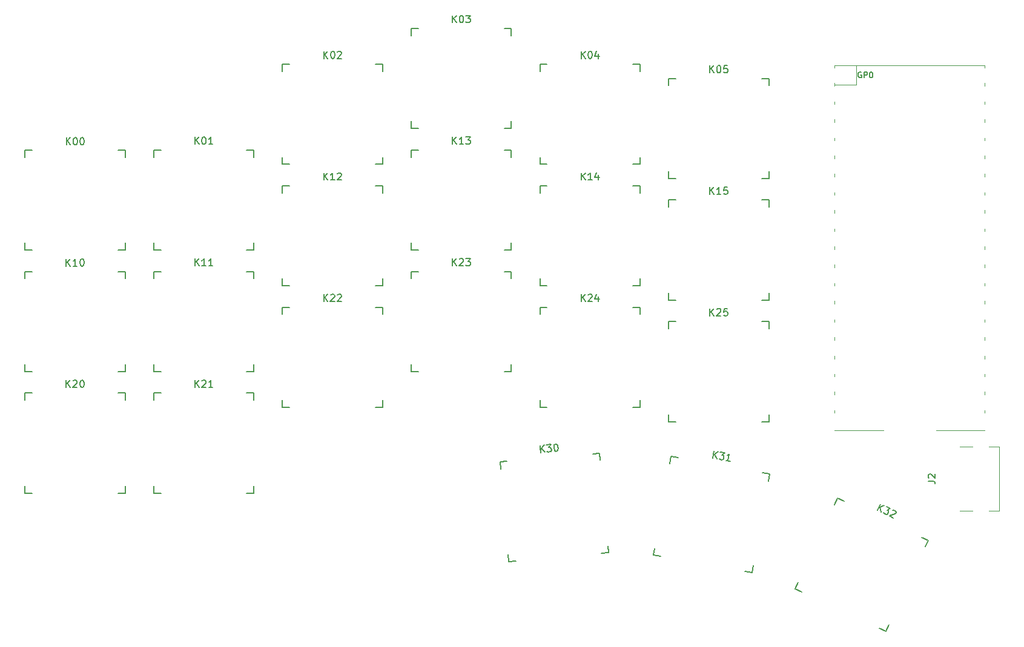
<source format=gto>
%TF.GenerationSoftware,KiCad,Pcbnew,8.0.8*%
%TF.CreationDate,2025-05-22T15:24:10+02:00*%
%TF.ProjectId,keyboard_pcb,6b657962-6f61-4726-945f-7063622e6b69,rev1.0*%
%TF.SameCoordinates,Original*%
%TF.FileFunction,Legend,Top*%
%TF.FilePolarity,Positive*%
%FSLAX46Y46*%
G04 Gerber Fmt 4.6, Leading zero omitted, Abs format (unit mm)*
G04 Created by KiCad (PCBNEW 8.0.8) date 2025-05-22 15:24:10*
%MOMM*%
%LPD*%
G01*
G04 APERTURE LIST*
%ADD10C,0.150000*%
%ADD11C,0.120000*%
G04 APERTURE END LIST*
D10*
X162785714Y-86199819D02*
X162785714Y-85199819D01*
X163357142Y-86199819D02*
X162928571Y-85628390D01*
X163357142Y-85199819D02*
X162785714Y-85771247D01*
X163738095Y-85295057D02*
X163785714Y-85247438D01*
X163785714Y-85247438D02*
X163880952Y-85199819D01*
X163880952Y-85199819D02*
X164119047Y-85199819D01*
X164119047Y-85199819D02*
X164214285Y-85247438D01*
X164214285Y-85247438D02*
X164261904Y-85295057D01*
X164261904Y-85295057D02*
X164309523Y-85390295D01*
X164309523Y-85390295D02*
X164309523Y-85485533D01*
X164309523Y-85485533D02*
X164261904Y-85628390D01*
X164261904Y-85628390D02*
X163690476Y-86199819D01*
X163690476Y-86199819D02*
X164309523Y-86199819D01*
X165214285Y-85199819D02*
X164738095Y-85199819D01*
X164738095Y-85199819D02*
X164690476Y-85676009D01*
X164690476Y-85676009D02*
X164738095Y-85628390D01*
X164738095Y-85628390D02*
X164833333Y-85580771D01*
X164833333Y-85580771D02*
X165071428Y-85580771D01*
X165071428Y-85580771D02*
X165166666Y-85628390D01*
X165166666Y-85628390D02*
X165214285Y-85676009D01*
X165214285Y-85676009D02*
X165261904Y-85771247D01*
X165261904Y-85771247D02*
X165261904Y-86009342D01*
X165261904Y-86009342D02*
X165214285Y-86104580D01*
X165214285Y-86104580D02*
X165166666Y-86152200D01*
X165166666Y-86152200D02*
X165071428Y-86199819D01*
X165071428Y-86199819D02*
X164833333Y-86199819D01*
X164833333Y-86199819D02*
X164738095Y-86152200D01*
X164738095Y-86152200D02*
X164690476Y-86104580D01*
X144785714Y-84199819D02*
X144785714Y-83199819D01*
X145357142Y-84199819D02*
X144928571Y-83628390D01*
X145357142Y-83199819D02*
X144785714Y-83771247D01*
X145738095Y-83295057D02*
X145785714Y-83247438D01*
X145785714Y-83247438D02*
X145880952Y-83199819D01*
X145880952Y-83199819D02*
X146119047Y-83199819D01*
X146119047Y-83199819D02*
X146214285Y-83247438D01*
X146214285Y-83247438D02*
X146261904Y-83295057D01*
X146261904Y-83295057D02*
X146309523Y-83390295D01*
X146309523Y-83390295D02*
X146309523Y-83485533D01*
X146309523Y-83485533D02*
X146261904Y-83628390D01*
X146261904Y-83628390D02*
X145690476Y-84199819D01*
X145690476Y-84199819D02*
X146309523Y-84199819D01*
X147166666Y-83533152D02*
X147166666Y-84199819D01*
X146928571Y-83152200D02*
X146690476Y-83866485D01*
X146690476Y-83866485D02*
X147309523Y-83866485D01*
X90785714Y-96199819D02*
X90785714Y-95199819D01*
X91357142Y-96199819D02*
X90928571Y-95628390D01*
X91357142Y-95199819D02*
X90785714Y-95771247D01*
X91738095Y-95295057D02*
X91785714Y-95247438D01*
X91785714Y-95247438D02*
X91880952Y-95199819D01*
X91880952Y-95199819D02*
X92119047Y-95199819D01*
X92119047Y-95199819D02*
X92214285Y-95247438D01*
X92214285Y-95247438D02*
X92261904Y-95295057D01*
X92261904Y-95295057D02*
X92309523Y-95390295D01*
X92309523Y-95390295D02*
X92309523Y-95485533D01*
X92309523Y-95485533D02*
X92261904Y-95628390D01*
X92261904Y-95628390D02*
X91690476Y-96199819D01*
X91690476Y-96199819D02*
X92309523Y-96199819D01*
X93261904Y-96199819D02*
X92690476Y-96199819D01*
X92976190Y-96199819D02*
X92976190Y-95199819D01*
X92976190Y-95199819D02*
X92880952Y-95342676D01*
X92880952Y-95342676D02*
X92785714Y-95437914D01*
X92785714Y-95437914D02*
X92690476Y-95485533D01*
X108785714Y-50199819D02*
X108785714Y-49199819D01*
X109357142Y-50199819D02*
X108928571Y-49628390D01*
X109357142Y-49199819D02*
X108785714Y-49771247D01*
X109976190Y-49199819D02*
X110071428Y-49199819D01*
X110071428Y-49199819D02*
X110166666Y-49247438D01*
X110166666Y-49247438D02*
X110214285Y-49295057D01*
X110214285Y-49295057D02*
X110261904Y-49390295D01*
X110261904Y-49390295D02*
X110309523Y-49580771D01*
X110309523Y-49580771D02*
X110309523Y-49818866D01*
X110309523Y-49818866D02*
X110261904Y-50009342D01*
X110261904Y-50009342D02*
X110214285Y-50104580D01*
X110214285Y-50104580D02*
X110166666Y-50152200D01*
X110166666Y-50152200D02*
X110071428Y-50199819D01*
X110071428Y-50199819D02*
X109976190Y-50199819D01*
X109976190Y-50199819D02*
X109880952Y-50152200D01*
X109880952Y-50152200D02*
X109833333Y-50104580D01*
X109833333Y-50104580D02*
X109785714Y-50009342D01*
X109785714Y-50009342D02*
X109738095Y-49818866D01*
X109738095Y-49818866D02*
X109738095Y-49580771D01*
X109738095Y-49580771D02*
X109785714Y-49390295D01*
X109785714Y-49390295D02*
X109833333Y-49295057D01*
X109833333Y-49295057D02*
X109880952Y-49247438D01*
X109880952Y-49247438D02*
X109976190Y-49199819D01*
X110690476Y-49295057D02*
X110738095Y-49247438D01*
X110738095Y-49247438D02*
X110833333Y-49199819D01*
X110833333Y-49199819D02*
X111071428Y-49199819D01*
X111071428Y-49199819D02*
X111166666Y-49247438D01*
X111166666Y-49247438D02*
X111214285Y-49295057D01*
X111214285Y-49295057D02*
X111261904Y-49390295D01*
X111261904Y-49390295D02*
X111261904Y-49485533D01*
X111261904Y-49485533D02*
X111214285Y-49628390D01*
X111214285Y-49628390D02*
X110642857Y-50199819D01*
X110642857Y-50199819D02*
X111261904Y-50199819D01*
X72785714Y-79245619D02*
X72785714Y-78245619D01*
X73357142Y-79245619D02*
X72928571Y-78674190D01*
X73357142Y-78245619D02*
X72785714Y-78817047D01*
X74309523Y-79245619D02*
X73738095Y-79245619D01*
X74023809Y-79245619D02*
X74023809Y-78245619D01*
X74023809Y-78245619D02*
X73928571Y-78388476D01*
X73928571Y-78388476D02*
X73833333Y-78483714D01*
X73833333Y-78483714D02*
X73738095Y-78531333D01*
X74928571Y-78245619D02*
X75023809Y-78245619D01*
X75023809Y-78245619D02*
X75119047Y-78293238D01*
X75119047Y-78293238D02*
X75166666Y-78340857D01*
X75166666Y-78340857D02*
X75214285Y-78436095D01*
X75214285Y-78436095D02*
X75261904Y-78626571D01*
X75261904Y-78626571D02*
X75261904Y-78864666D01*
X75261904Y-78864666D02*
X75214285Y-79055142D01*
X75214285Y-79055142D02*
X75166666Y-79150380D01*
X75166666Y-79150380D02*
X75119047Y-79198000D01*
X75119047Y-79198000D02*
X75023809Y-79245619D01*
X75023809Y-79245619D02*
X74928571Y-79245619D01*
X74928571Y-79245619D02*
X74833333Y-79198000D01*
X74833333Y-79198000D02*
X74785714Y-79150380D01*
X74785714Y-79150380D02*
X74738095Y-79055142D01*
X74738095Y-79055142D02*
X74690476Y-78864666D01*
X74690476Y-78864666D02*
X74690476Y-78626571D01*
X74690476Y-78626571D02*
X74738095Y-78436095D01*
X74738095Y-78436095D02*
X74785714Y-78340857D01*
X74785714Y-78340857D02*
X74833333Y-78293238D01*
X74833333Y-78293238D02*
X74928571Y-78245619D01*
X183928571Y-52141890D02*
X183852381Y-52103795D01*
X183852381Y-52103795D02*
X183738095Y-52103795D01*
X183738095Y-52103795D02*
X183623809Y-52141890D01*
X183623809Y-52141890D02*
X183547619Y-52218080D01*
X183547619Y-52218080D02*
X183509524Y-52294271D01*
X183509524Y-52294271D02*
X183471428Y-52446652D01*
X183471428Y-52446652D02*
X183471428Y-52560938D01*
X183471428Y-52560938D02*
X183509524Y-52713319D01*
X183509524Y-52713319D02*
X183547619Y-52789509D01*
X183547619Y-52789509D02*
X183623809Y-52865700D01*
X183623809Y-52865700D02*
X183738095Y-52903795D01*
X183738095Y-52903795D02*
X183814286Y-52903795D01*
X183814286Y-52903795D02*
X183928571Y-52865700D01*
X183928571Y-52865700D02*
X183966667Y-52827604D01*
X183966667Y-52827604D02*
X183966667Y-52560938D01*
X183966667Y-52560938D02*
X183814286Y-52560938D01*
X184309524Y-52903795D02*
X184309524Y-52103795D01*
X184309524Y-52103795D02*
X184614286Y-52103795D01*
X184614286Y-52103795D02*
X184690476Y-52141890D01*
X184690476Y-52141890D02*
X184728571Y-52179985D01*
X184728571Y-52179985D02*
X184766667Y-52256176D01*
X184766667Y-52256176D02*
X184766667Y-52370461D01*
X184766667Y-52370461D02*
X184728571Y-52446652D01*
X184728571Y-52446652D02*
X184690476Y-52484747D01*
X184690476Y-52484747D02*
X184614286Y-52522842D01*
X184614286Y-52522842D02*
X184309524Y-52522842D01*
X185261905Y-52103795D02*
X185338095Y-52103795D01*
X185338095Y-52103795D02*
X185414286Y-52141890D01*
X185414286Y-52141890D02*
X185452381Y-52179985D01*
X185452381Y-52179985D02*
X185490476Y-52256176D01*
X185490476Y-52256176D02*
X185528571Y-52408557D01*
X185528571Y-52408557D02*
X185528571Y-52599033D01*
X185528571Y-52599033D02*
X185490476Y-52751414D01*
X185490476Y-52751414D02*
X185452381Y-52827604D01*
X185452381Y-52827604D02*
X185414286Y-52865700D01*
X185414286Y-52865700D02*
X185338095Y-52903795D01*
X185338095Y-52903795D02*
X185261905Y-52903795D01*
X185261905Y-52903795D02*
X185185714Y-52865700D01*
X185185714Y-52865700D02*
X185147619Y-52827604D01*
X185147619Y-52827604D02*
X185109524Y-52751414D01*
X185109524Y-52751414D02*
X185071428Y-52599033D01*
X185071428Y-52599033D02*
X185071428Y-52408557D01*
X185071428Y-52408557D02*
X185109524Y-52256176D01*
X185109524Y-52256176D02*
X185147619Y-52179985D01*
X185147619Y-52179985D02*
X185185714Y-52141890D01*
X185185714Y-52141890D02*
X185261905Y-52103795D01*
X144785714Y-50199819D02*
X144785714Y-49199819D01*
X145357142Y-50199819D02*
X144928571Y-49628390D01*
X145357142Y-49199819D02*
X144785714Y-49771247D01*
X145976190Y-49199819D02*
X146071428Y-49199819D01*
X146071428Y-49199819D02*
X146166666Y-49247438D01*
X146166666Y-49247438D02*
X146214285Y-49295057D01*
X146214285Y-49295057D02*
X146261904Y-49390295D01*
X146261904Y-49390295D02*
X146309523Y-49580771D01*
X146309523Y-49580771D02*
X146309523Y-49818866D01*
X146309523Y-49818866D02*
X146261904Y-50009342D01*
X146261904Y-50009342D02*
X146214285Y-50104580D01*
X146214285Y-50104580D02*
X146166666Y-50152200D01*
X146166666Y-50152200D02*
X146071428Y-50199819D01*
X146071428Y-50199819D02*
X145976190Y-50199819D01*
X145976190Y-50199819D02*
X145880952Y-50152200D01*
X145880952Y-50152200D02*
X145833333Y-50104580D01*
X145833333Y-50104580D02*
X145785714Y-50009342D01*
X145785714Y-50009342D02*
X145738095Y-49818866D01*
X145738095Y-49818866D02*
X145738095Y-49580771D01*
X145738095Y-49580771D02*
X145785714Y-49390295D01*
X145785714Y-49390295D02*
X145833333Y-49295057D01*
X145833333Y-49295057D02*
X145880952Y-49247438D01*
X145880952Y-49247438D02*
X145976190Y-49199819D01*
X147166666Y-49533152D02*
X147166666Y-50199819D01*
X146928571Y-49152200D02*
X146690476Y-49866485D01*
X146690476Y-49866485D02*
X147309523Y-49866485D01*
X108785714Y-67199819D02*
X108785714Y-66199819D01*
X109357142Y-67199819D02*
X108928571Y-66628390D01*
X109357142Y-66199819D02*
X108785714Y-66771247D01*
X110309523Y-67199819D02*
X109738095Y-67199819D01*
X110023809Y-67199819D02*
X110023809Y-66199819D01*
X110023809Y-66199819D02*
X109928571Y-66342676D01*
X109928571Y-66342676D02*
X109833333Y-66437914D01*
X109833333Y-66437914D02*
X109738095Y-66485533D01*
X110690476Y-66295057D02*
X110738095Y-66247438D01*
X110738095Y-66247438D02*
X110833333Y-66199819D01*
X110833333Y-66199819D02*
X111071428Y-66199819D01*
X111071428Y-66199819D02*
X111166666Y-66247438D01*
X111166666Y-66247438D02*
X111214285Y-66295057D01*
X111214285Y-66295057D02*
X111261904Y-66390295D01*
X111261904Y-66390295D02*
X111261904Y-66485533D01*
X111261904Y-66485533D02*
X111214285Y-66628390D01*
X111214285Y-66628390D02*
X110642857Y-67199819D01*
X110642857Y-67199819D02*
X111261904Y-67199819D01*
X139110504Y-105335333D02*
X139023348Y-104339138D01*
X139679758Y-105285530D02*
X139203014Y-104753628D01*
X139592602Y-104289335D02*
X139073151Y-104908392D01*
X139924667Y-104260283D02*
X140541359Y-104206329D01*
X140541359Y-104206329D02*
X140242496Y-104614884D01*
X140242496Y-104614884D02*
X140384810Y-104602433D01*
X140384810Y-104602433D02*
X140483836Y-104641570D01*
X140483836Y-104641570D02*
X140535424Y-104684858D01*
X140535424Y-104684858D02*
X140591162Y-104775583D01*
X140591162Y-104775583D02*
X140611913Y-105012773D01*
X140611913Y-105012773D02*
X140572776Y-105111799D01*
X140572776Y-105111799D02*
X140529489Y-105163387D01*
X140529489Y-105163387D02*
X140438763Y-105219125D01*
X140438763Y-105219125D02*
X140154136Y-105244027D01*
X140154136Y-105244027D02*
X140055110Y-105204889D01*
X140055110Y-105204889D02*
X140003522Y-105161602D01*
X141158051Y-104152376D02*
X141252926Y-104144075D01*
X141252926Y-104144075D02*
X141351952Y-104183213D01*
X141351952Y-104183213D02*
X141403541Y-104226500D01*
X141403541Y-104226500D02*
X141459279Y-104317226D01*
X141459279Y-104317226D02*
X141523318Y-104502827D01*
X141523318Y-104502827D02*
X141544069Y-104740016D01*
X141544069Y-104740016D02*
X141513232Y-104933917D01*
X141513232Y-104933917D02*
X141474095Y-105032943D01*
X141474095Y-105032943D02*
X141430808Y-105084532D01*
X141430808Y-105084532D02*
X141340082Y-105140270D01*
X141340082Y-105140270D02*
X141245207Y-105148570D01*
X141245207Y-105148570D02*
X141146181Y-105109433D01*
X141146181Y-105109433D02*
X141094592Y-105066146D01*
X141094592Y-105066146D02*
X141038854Y-104975420D01*
X141038854Y-104975420D02*
X140974815Y-104789819D01*
X140974815Y-104789819D02*
X140954064Y-104552630D01*
X140954064Y-104552630D02*
X140984901Y-104358728D01*
X140984901Y-104358728D02*
X141024038Y-104259702D01*
X141024038Y-104259702D02*
X141067325Y-104208114D01*
X141067325Y-104208114D02*
X141158051Y-104152376D01*
X90785714Y-62199819D02*
X90785714Y-61199819D01*
X91357142Y-62199819D02*
X90928571Y-61628390D01*
X91357142Y-61199819D02*
X90785714Y-61771247D01*
X91976190Y-61199819D02*
X92071428Y-61199819D01*
X92071428Y-61199819D02*
X92166666Y-61247438D01*
X92166666Y-61247438D02*
X92214285Y-61295057D01*
X92214285Y-61295057D02*
X92261904Y-61390295D01*
X92261904Y-61390295D02*
X92309523Y-61580771D01*
X92309523Y-61580771D02*
X92309523Y-61818866D01*
X92309523Y-61818866D02*
X92261904Y-62009342D01*
X92261904Y-62009342D02*
X92214285Y-62104580D01*
X92214285Y-62104580D02*
X92166666Y-62152200D01*
X92166666Y-62152200D02*
X92071428Y-62199819D01*
X92071428Y-62199819D02*
X91976190Y-62199819D01*
X91976190Y-62199819D02*
X91880952Y-62152200D01*
X91880952Y-62152200D02*
X91833333Y-62104580D01*
X91833333Y-62104580D02*
X91785714Y-62009342D01*
X91785714Y-62009342D02*
X91738095Y-61818866D01*
X91738095Y-61818866D02*
X91738095Y-61580771D01*
X91738095Y-61580771D02*
X91785714Y-61390295D01*
X91785714Y-61390295D02*
X91833333Y-61295057D01*
X91833333Y-61295057D02*
X91880952Y-61247438D01*
X91880952Y-61247438D02*
X91976190Y-61199819D01*
X93261904Y-62199819D02*
X92690476Y-62199819D01*
X92976190Y-62199819D02*
X92976190Y-61199819D01*
X92976190Y-61199819D02*
X92880952Y-61342676D01*
X92880952Y-61342676D02*
X92785714Y-61437914D01*
X92785714Y-61437914D02*
X92690476Y-61485533D01*
X144785714Y-67199819D02*
X144785714Y-66199819D01*
X145357142Y-67199819D02*
X144928571Y-66628390D01*
X145357142Y-66199819D02*
X144785714Y-66771247D01*
X146309523Y-67199819D02*
X145738095Y-67199819D01*
X146023809Y-67199819D02*
X146023809Y-66199819D01*
X146023809Y-66199819D02*
X145928571Y-66342676D01*
X145928571Y-66342676D02*
X145833333Y-66437914D01*
X145833333Y-66437914D02*
X145738095Y-66485533D01*
X147166666Y-66533152D02*
X147166666Y-67199819D01*
X146928571Y-66152200D02*
X146690476Y-66866485D01*
X146690476Y-66866485D02*
X147309523Y-66866485D01*
X126785714Y-79199819D02*
X126785714Y-78199819D01*
X127357142Y-79199819D02*
X126928571Y-78628390D01*
X127357142Y-78199819D02*
X126785714Y-78771247D01*
X127738095Y-78295057D02*
X127785714Y-78247438D01*
X127785714Y-78247438D02*
X127880952Y-78199819D01*
X127880952Y-78199819D02*
X128119047Y-78199819D01*
X128119047Y-78199819D02*
X128214285Y-78247438D01*
X128214285Y-78247438D02*
X128261904Y-78295057D01*
X128261904Y-78295057D02*
X128309523Y-78390295D01*
X128309523Y-78390295D02*
X128309523Y-78485533D01*
X128309523Y-78485533D02*
X128261904Y-78628390D01*
X128261904Y-78628390D02*
X127690476Y-79199819D01*
X127690476Y-79199819D02*
X128309523Y-79199819D01*
X128642857Y-78199819D02*
X129261904Y-78199819D01*
X129261904Y-78199819D02*
X128928571Y-78580771D01*
X128928571Y-78580771D02*
X129071428Y-78580771D01*
X129071428Y-78580771D02*
X129166666Y-78628390D01*
X129166666Y-78628390D02*
X129214285Y-78676009D01*
X129214285Y-78676009D02*
X129261904Y-78771247D01*
X129261904Y-78771247D02*
X129261904Y-79009342D01*
X129261904Y-79009342D02*
X129214285Y-79104580D01*
X129214285Y-79104580D02*
X129166666Y-79152200D01*
X129166666Y-79152200D02*
X129071428Y-79199819D01*
X129071428Y-79199819D02*
X128785714Y-79199819D01*
X128785714Y-79199819D02*
X128690476Y-79152200D01*
X128690476Y-79152200D02*
X128642857Y-79104580D01*
X126785714Y-45199819D02*
X126785714Y-44199819D01*
X127357142Y-45199819D02*
X126928571Y-44628390D01*
X127357142Y-44199819D02*
X126785714Y-44771247D01*
X127976190Y-44199819D02*
X128071428Y-44199819D01*
X128071428Y-44199819D02*
X128166666Y-44247438D01*
X128166666Y-44247438D02*
X128214285Y-44295057D01*
X128214285Y-44295057D02*
X128261904Y-44390295D01*
X128261904Y-44390295D02*
X128309523Y-44580771D01*
X128309523Y-44580771D02*
X128309523Y-44818866D01*
X128309523Y-44818866D02*
X128261904Y-45009342D01*
X128261904Y-45009342D02*
X128214285Y-45104580D01*
X128214285Y-45104580D02*
X128166666Y-45152200D01*
X128166666Y-45152200D02*
X128071428Y-45199819D01*
X128071428Y-45199819D02*
X127976190Y-45199819D01*
X127976190Y-45199819D02*
X127880952Y-45152200D01*
X127880952Y-45152200D02*
X127833333Y-45104580D01*
X127833333Y-45104580D02*
X127785714Y-45009342D01*
X127785714Y-45009342D02*
X127738095Y-44818866D01*
X127738095Y-44818866D02*
X127738095Y-44580771D01*
X127738095Y-44580771D02*
X127785714Y-44390295D01*
X127785714Y-44390295D02*
X127833333Y-44295057D01*
X127833333Y-44295057D02*
X127880952Y-44247438D01*
X127880952Y-44247438D02*
X127976190Y-44199819D01*
X128642857Y-44199819D02*
X129261904Y-44199819D01*
X129261904Y-44199819D02*
X128928571Y-44580771D01*
X128928571Y-44580771D02*
X129071428Y-44580771D01*
X129071428Y-44580771D02*
X129166666Y-44628390D01*
X129166666Y-44628390D02*
X129214285Y-44676009D01*
X129214285Y-44676009D02*
X129261904Y-44771247D01*
X129261904Y-44771247D02*
X129261904Y-45009342D01*
X129261904Y-45009342D02*
X129214285Y-45104580D01*
X129214285Y-45104580D02*
X129166666Y-45152200D01*
X129166666Y-45152200D02*
X129071428Y-45199819D01*
X129071428Y-45199819D02*
X128785714Y-45199819D01*
X128785714Y-45199819D02*
X128690476Y-45152200D01*
X128690476Y-45152200D02*
X128642857Y-45104580D01*
X108785714Y-84199819D02*
X108785714Y-83199819D01*
X109357142Y-84199819D02*
X108928571Y-83628390D01*
X109357142Y-83199819D02*
X108785714Y-83771247D01*
X109738095Y-83295057D02*
X109785714Y-83247438D01*
X109785714Y-83247438D02*
X109880952Y-83199819D01*
X109880952Y-83199819D02*
X110119047Y-83199819D01*
X110119047Y-83199819D02*
X110214285Y-83247438D01*
X110214285Y-83247438D02*
X110261904Y-83295057D01*
X110261904Y-83295057D02*
X110309523Y-83390295D01*
X110309523Y-83390295D02*
X110309523Y-83485533D01*
X110309523Y-83485533D02*
X110261904Y-83628390D01*
X110261904Y-83628390D02*
X109690476Y-84199819D01*
X109690476Y-84199819D02*
X110309523Y-84199819D01*
X110690476Y-83295057D02*
X110738095Y-83247438D01*
X110738095Y-83247438D02*
X110833333Y-83199819D01*
X110833333Y-83199819D02*
X111071428Y-83199819D01*
X111071428Y-83199819D02*
X111166666Y-83247438D01*
X111166666Y-83247438D02*
X111214285Y-83295057D01*
X111214285Y-83295057D02*
X111261904Y-83390295D01*
X111261904Y-83390295D02*
X111261904Y-83485533D01*
X111261904Y-83485533D02*
X111214285Y-83628390D01*
X111214285Y-83628390D02*
X110642857Y-84199819D01*
X110642857Y-84199819D02*
X111261904Y-84199819D01*
X162785714Y-69199819D02*
X162785714Y-68199819D01*
X163357142Y-69199819D02*
X162928571Y-68628390D01*
X163357142Y-68199819D02*
X162785714Y-68771247D01*
X164309523Y-69199819D02*
X163738095Y-69199819D01*
X164023809Y-69199819D02*
X164023809Y-68199819D01*
X164023809Y-68199819D02*
X163928571Y-68342676D01*
X163928571Y-68342676D02*
X163833333Y-68437914D01*
X163833333Y-68437914D02*
X163738095Y-68485533D01*
X165214285Y-68199819D02*
X164738095Y-68199819D01*
X164738095Y-68199819D02*
X164690476Y-68676009D01*
X164690476Y-68676009D02*
X164738095Y-68628390D01*
X164738095Y-68628390D02*
X164833333Y-68580771D01*
X164833333Y-68580771D02*
X165071428Y-68580771D01*
X165071428Y-68580771D02*
X165166666Y-68628390D01*
X165166666Y-68628390D02*
X165214285Y-68676009D01*
X165214285Y-68676009D02*
X165261904Y-68771247D01*
X165261904Y-68771247D02*
X165261904Y-69009342D01*
X165261904Y-69009342D02*
X165214285Y-69104580D01*
X165214285Y-69104580D02*
X165166666Y-69152200D01*
X165166666Y-69152200D02*
X165071428Y-69199819D01*
X165071428Y-69199819D02*
X164833333Y-69199819D01*
X164833333Y-69199819D02*
X164738095Y-69152200D01*
X164738095Y-69152200D02*
X164690476Y-69104580D01*
X186195982Y-113417455D02*
X186618600Y-112511147D01*
X186713872Y-113658951D02*
X186566951Y-112959939D01*
X187136490Y-112752644D02*
X186377104Y-113029038D01*
X187438593Y-112893516D02*
X187999641Y-113155137D01*
X187999641Y-113155137D02*
X187536541Y-113359525D01*
X187536541Y-113359525D02*
X187666013Y-113419899D01*
X187666013Y-113419899D02*
X187732204Y-113503305D01*
X187732204Y-113503305D02*
X187755236Y-113566588D01*
X187755236Y-113566588D02*
X187758145Y-113673027D01*
X187758145Y-113673027D02*
X187657521Y-113888815D01*
X187657521Y-113888815D02*
X187574114Y-113955005D01*
X187574114Y-113955005D02*
X187510832Y-113978038D01*
X187510832Y-113978038D02*
X187404392Y-113980946D01*
X187404392Y-113980946D02*
X187145447Y-113860198D01*
X187145447Y-113860198D02*
X187079257Y-113776791D01*
X187079257Y-113776791D02*
X187056224Y-113713509D01*
X188304652Y-113402450D02*
X188367934Y-113379417D01*
X188367934Y-113379417D02*
X188474373Y-113376509D01*
X188474373Y-113376509D02*
X188690161Y-113477132D01*
X188690161Y-113477132D02*
X188756351Y-113560539D01*
X188756351Y-113560539D02*
X188779384Y-113623821D01*
X188779384Y-113623821D02*
X188782292Y-113730261D01*
X188782292Y-113730261D02*
X188742043Y-113816576D01*
X188742043Y-113816576D02*
X188638511Y-113925924D01*
X188638511Y-113925924D02*
X187879125Y-114202318D01*
X187879125Y-114202318D02*
X188440173Y-114463939D01*
X90785714Y-79199819D02*
X90785714Y-78199819D01*
X91357142Y-79199819D02*
X90928571Y-78628390D01*
X91357142Y-78199819D02*
X90785714Y-78771247D01*
X92309523Y-79199819D02*
X91738095Y-79199819D01*
X92023809Y-79199819D02*
X92023809Y-78199819D01*
X92023809Y-78199819D02*
X91928571Y-78342676D01*
X91928571Y-78342676D02*
X91833333Y-78437914D01*
X91833333Y-78437914D02*
X91738095Y-78485533D01*
X93261904Y-79199819D02*
X92690476Y-79199819D01*
X92976190Y-79199819D02*
X92976190Y-78199819D01*
X92976190Y-78199819D02*
X92880952Y-78342676D01*
X92880952Y-78342676D02*
X92785714Y-78437914D01*
X92785714Y-78437914D02*
X92690476Y-78485533D01*
X193274819Y-109333333D02*
X193989104Y-109333333D01*
X193989104Y-109333333D02*
X194131961Y-109380952D01*
X194131961Y-109380952D02*
X194227200Y-109476190D01*
X194227200Y-109476190D02*
X194274819Y-109619047D01*
X194274819Y-109619047D02*
X194274819Y-109714285D01*
X193370057Y-108904761D02*
X193322438Y-108857142D01*
X193322438Y-108857142D02*
X193274819Y-108761904D01*
X193274819Y-108761904D02*
X193274819Y-108523809D01*
X193274819Y-108523809D02*
X193322438Y-108428571D01*
X193322438Y-108428571D02*
X193370057Y-108380952D01*
X193370057Y-108380952D02*
X193465295Y-108333333D01*
X193465295Y-108333333D02*
X193560533Y-108333333D01*
X193560533Y-108333333D02*
X193703390Y-108380952D01*
X193703390Y-108380952D02*
X194274819Y-108952380D01*
X194274819Y-108952380D02*
X194274819Y-108333333D01*
X162785714Y-52199819D02*
X162785714Y-51199819D01*
X163357142Y-52199819D02*
X162928571Y-51628390D01*
X163357142Y-51199819D02*
X162785714Y-51771247D01*
X163976190Y-51199819D02*
X164071428Y-51199819D01*
X164071428Y-51199819D02*
X164166666Y-51247438D01*
X164166666Y-51247438D02*
X164214285Y-51295057D01*
X164214285Y-51295057D02*
X164261904Y-51390295D01*
X164261904Y-51390295D02*
X164309523Y-51580771D01*
X164309523Y-51580771D02*
X164309523Y-51818866D01*
X164309523Y-51818866D02*
X164261904Y-52009342D01*
X164261904Y-52009342D02*
X164214285Y-52104580D01*
X164214285Y-52104580D02*
X164166666Y-52152200D01*
X164166666Y-52152200D02*
X164071428Y-52199819D01*
X164071428Y-52199819D02*
X163976190Y-52199819D01*
X163976190Y-52199819D02*
X163880952Y-52152200D01*
X163880952Y-52152200D02*
X163833333Y-52104580D01*
X163833333Y-52104580D02*
X163785714Y-52009342D01*
X163785714Y-52009342D02*
X163738095Y-51818866D01*
X163738095Y-51818866D02*
X163738095Y-51580771D01*
X163738095Y-51580771D02*
X163785714Y-51390295D01*
X163785714Y-51390295D02*
X163833333Y-51295057D01*
X163833333Y-51295057D02*
X163880952Y-51247438D01*
X163880952Y-51247438D02*
X163976190Y-51199819D01*
X165214285Y-51199819D02*
X164738095Y-51199819D01*
X164738095Y-51199819D02*
X164690476Y-51676009D01*
X164690476Y-51676009D02*
X164738095Y-51628390D01*
X164738095Y-51628390D02*
X164833333Y-51580771D01*
X164833333Y-51580771D02*
X165071428Y-51580771D01*
X165071428Y-51580771D02*
X165166666Y-51628390D01*
X165166666Y-51628390D02*
X165214285Y-51676009D01*
X165214285Y-51676009D02*
X165261904Y-51771247D01*
X165261904Y-51771247D02*
X165261904Y-52009342D01*
X165261904Y-52009342D02*
X165214285Y-52104580D01*
X165214285Y-52104580D02*
X165166666Y-52152200D01*
X165166666Y-52152200D02*
X165071428Y-52199819D01*
X165071428Y-52199819D02*
X164833333Y-52199819D01*
X164833333Y-52199819D02*
X164738095Y-52152200D01*
X164738095Y-52152200D02*
X164690476Y-52104580D01*
X72785714Y-96212819D02*
X72785714Y-95212819D01*
X73357142Y-96212819D02*
X72928571Y-95641390D01*
X73357142Y-95212819D02*
X72785714Y-95784247D01*
X73738095Y-95308057D02*
X73785714Y-95260438D01*
X73785714Y-95260438D02*
X73880952Y-95212819D01*
X73880952Y-95212819D02*
X74119047Y-95212819D01*
X74119047Y-95212819D02*
X74214285Y-95260438D01*
X74214285Y-95260438D02*
X74261904Y-95308057D01*
X74261904Y-95308057D02*
X74309523Y-95403295D01*
X74309523Y-95403295D02*
X74309523Y-95498533D01*
X74309523Y-95498533D02*
X74261904Y-95641390D01*
X74261904Y-95641390D02*
X73690476Y-96212819D01*
X73690476Y-96212819D02*
X74309523Y-96212819D01*
X74928571Y-95212819D02*
X75023809Y-95212819D01*
X75023809Y-95212819D02*
X75119047Y-95260438D01*
X75119047Y-95260438D02*
X75166666Y-95308057D01*
X75166666Y-95308057D02*
X75214285Y-95403295D01*
X75214285Y-95403295D02*
X75261904Y-95593771D01*
X75261904Y-95593771D02*
X75261904Y-95831866D01*
X75261904Y-95831866D02*
X75214285Y-96022342D01*
X75214285Y-96022342D02*
X75166666Y-96117580D01*
X75166666Y-96117580D02*
X75119047Y-96165200D01*
X75119047Y-96165200D02*
X75023809Y-96212819D01*
X75023809Y-96212819D02*
X74928571Y-96212819D01*
X74928571Y-96212819D02*
X74833333Y-96165200D01*
X74833333Y-96165200D02*
X74785714Y-96117580D01*
X74785714Y-96117580D02*
X74738095Y-96022342D01*
X74738095Y-96022342D02*
X74690476Y-95831866D01*
X74690476Y-95831866D02*
X74690476Y-95593771D01*
X74690476Y-95593771D02*
X74738095Y-95403295D01*
X74738095Y-95403295D02*
X74785714Y-95308057D01*
X74785714Y-95308057D02*
X74833333Y-95260438D01*
X74833333Y-95260438D02*
X74928571Y-95212819D01*
X126785714Y-62199819D02*
X126785714Y-61199819D01*
X127357142Y-62199819D02*
X126928571Y-61628390D01*
X127357142Y-61199819D02*
X126785714Y-61771247D01*
X128309523Y-62199819D02*
X127738095Y-62199819D01*
X128023809Y-62199819D02*
X128023809Y-61199819D01*
X128023809Y-61199819D02*
X127928571Y-61342676D01*
X127928571Y-61342676D02*
X127833333Y-61437914D01*
X127833333Y-61437914D02*
X127738095Y-61485533D01*
X128642857Y-61199819D02*
X129261904Y-61199819D01*
X129261904Y-61199819D02*
X128928571Y-61580771D01*
X128928571Y-61580771D02*
X129071428Y-61580771D01*
X129071428Y-61580771D02*
X129166666Y-61628390D01*
X129166666Y-61628390D02*
X129214285Y-61676009D01*
X129214285Y-61676009D02*
X129261904Y-61771247D01*
X129261904Y-61771247D02*
X129261904Y-62009342D01*
X129261904Y-62009342D02*
X129214285Y-62104580D01*
X129214285Y-62104580D02*
X129166666Y-62152200D01*
X129166666Y-62152200D02*
X129071428Y-62199819D01*
X129071428Y-62199819D02*
X128785714Y-62199819D01*
X128785714Y-62199819D02*
X128690476Y-62152200D01*
X128690476Y-62152200D02*
X128642857Y-62104580D01*
X72801314Y-62278419D02*
X72801314Y-61278419D01*
X73372742Y-62278419D02*
X72944171Y-61706990D01*
X73372742Y-61278419D02*
X72801314Y-61849847D01*
X73991790Y-61278419D02*
X74087028Y-61278419D01*
X74087028Y-61278419D02*
X74182266Y-61326038D01*
X74182266Y-61326038D02*
X74229885Y-61373657D01*
X74229885Y-61373657D02*
X74277504Y-61468895D01*
X74277504Y-61468895D02*
X74325123Y-61659371D01*
X74325123Y-61659371D02*
X74325123Y-61897466D01*
X74325123Y-61897466D02*
X74277504Y-62087942D01*
X74277504Y-62087942D02*
X74229885Y-62183180D01*
X74229885Y-62183180D02*
X74182266Y-62230800D01*
X74182266Y-62230800D02*
X74087028Y-62278419D01*
X74087028Y-62278419D02*
X73991790Y-62278419D01*
X73991790Y-62278419D02*
X73896552Y-62230800D01*
X73896552Y-62230800D02*
X73848933Y-62183180D01*
X73848933Y-62183180D02*
X73801314Y-62087942D01*
X73801314Y-62087942D02*
X73753695Y-61897466D01*
X73753695Y-61897466D02*
X73753695Y-61659371D01*
X73753695Y-61659371D02*
X73801314Y-61468895D01*
X73801314Y-61468895D02*
X73848933Y-61373657D01*
X73848933Y-61373657D02*
X73896552Y-61326038D01*
X73896552Y-61326038D02*
X73991790Y-61278419D01*
X74944171Y-61278419D02*
X75039409Y-61278419D01*
X75039409Y-61278419D02*
X75134647Y-61326038D01*
X75134647Y-61326038D02*
X75182266Y-61373657D01*
X75182266Y-61373657D02*
X75229885Y-61468895D01*
X75229885Y-61468895D02*
X75277504Y-61659371D01*
X75277504Y-61659371D02*
X75277504Y-61897466D01*
X75277504Y-61897466D02*
X75229885Y-62087942D01*
X75229885Y-62087942D02*
X75182266Y-62183180D01*
X75182266Y-62183180D02*
X75134647Y-62230800D01*
X75134647Y-62230800D02*
X75039409Y-62278419D01*
X75039409Y-62278419D02*
X74944171Y-62278419D01*
X74944171Y-62278419D02*
X74848933Y-62230800D01*
X74848933Y-62230800D02*
X74801314Y-62183180D01*
X74801314Y-62183180D02*
X74753695Y-62087942D01*
X74753695Y-62087942D02*
X74706076Y-61897466D01*
X74706076Y-61897466D02*
X74706076Y-61659371D01*
X74706076Y-61659371D02*
X74753695Y-61468895D01*
X74753695Y-61468895D02*
X74801314Y-61373657D01*
X74801314Y-61373657D02*
X74848933Y-61326038D01*
X74848933Y-61326038D02*
X74944171Y-61278419D01*
X163158649Y-106107462D02*
X163332297Y-105122655D01*
X163721396Y-106206690D02*
X163398563Y-105569522D01*
X163895044Y-105221882D02*
X163233070Y-105685402D01*
X164223314Y-105279765D02*
X164832957Y-105387261D01*
X164832957Y-105387261D02*
X164438536Y-105704543D01*
X164438536Y-105704543D02*
X164579222Y-105729350D01*
X164579222Y-105729350D02*
X164664745Y-105792784D01*
X164664745Y-105792784D02*
X164703371Y-105847948D01*
X164703371Y-105847948D02*
X164733729Y-105950009D01*
X164733729Y-105950009D02*
X164692384Y-106184487D01*
X164692384Y-106184487D02*
X164628951Y-106270009D01*
X164628951Y-106270009D02*
X164573786Y-106308636D01*
X164573786Y-106308636D02*
X164471726Y-106338993D01*
X164471726Y-106338993D02*
X164190352Y-106289379D01*
X164190352Y-106289379D02*
X164104830Y-106225946D01*
X164104830Y-106225946D02*
X164066203Y-106170781D01*
X165597221Y-106537448D02*
X165034473Y-106438221D01*
X165315847Y-106487835D02*
X165489495Y-105503027D01*
X165489495Y-105503027D02*
X165370897Y-105627176D01*
X165370897Y-105627176D02*
X165260568Y-105704429D01*
X165260568Y-105704429D02*
X165158508Y-105734787D01*
%TO.C,K25*%
X157000000Y-88000000D02*
X157000000Y-87000000D01*
X157000000Y-101000000D02*
X157000000Y-100000000D01*
X157000000Y-101000000D02*
X158000000Y-101000000D01*
X158000000Y-87000000D02*
X157000000Y-87000000D01*
X170000000Y-101000000D02*
X171000000Y-101000000D01*
X171000000Y-87000000D02*
X170000000Y-87000000D01*
X171000000Y-87000000D02*
X171000000Y-88000000D01*
X171000000Y-100000000D02*
X171000000Y-101000000D01*
%TO.C,K24*%
X139000000Y-86000000D02*
X139000000Y-85000000D01*
X139000000Y-99000000D02*
X139000000Y-98000000D01*
X139000000Y-99000000D02*
X140000000Y-99000000D01*
X140000000Y-85000000D02*
X139000000Y-85000000D01*
X152000000Y-99000000D02*
X153000000Y-99000000D01*
X153000000Y-85000000D02*
X152000000Y-85000000D01*
X153000000Y-85000000D02*
X153000000Y-86000000D01*
X153000000Y-98000000D02*
X153000000Y-99000000D01*
%TO.C,K21*%
X85000000Y-98000000D02*
X85000000Y-97000000D01*
X85000000Y-111000000D02*
X85000000Y-110000000D01*
X85000000Y-111000000D02*
X86000000Y-111000000D01*
X86000000Y-97000000D02*
X85000000Y-97000000D01*
X98000000Y-111000000D02*
X99000000Y-111000000D01*
X99000000Y-97000000D02*
X98000000Y-97000000D01*
X99000000Y-97000000D02*
X99000000Y-98000000D01*
X99000000Y-110000000D02*
X99000000Y-111000000D01*
%TO.C,K02*%
X103000000Y-52000000D02*
X103000000Y-51000000D01*
X103000000Y-65000000D02*
X103000000Y-64000000D01*
X103000000Y-65000000D02*
X104000000Y-65000000D01*
X104000000Y-51000000D02*
X103000000Y-51000000D01*
X116000000Y-65000000D02*
X117000000Y-65000000D01*
X117000000Y-51000000D02*
X116000000Y-51000000D01*
X117000000Y-51000000D02*
X117000000Y-52000000D01*
X117000000Y-64000000D02*
X117000000Y-65000000D01*
%TO.C,K10*%
X67000000Y-81000000D02*
X67000000Y-80000000D01*
X67000000Y-94000000D02*
X67000000Y-93000000D01*
X67000000Y-94000000D02*
X68000000Y-94000000D01*
X68000000Y-80000000D02*
X67000000Y-80000000D01*
X80000000Y-94000000D02*
X81000000Y-94000000D01*
X81000000Y-80000000D02*
X80000000Y-80000000D01*
X81000000Y-80000000D02*
X81000000Y-81000000D01*
X81000000Y-93000000D02*
X81000000Y-94000000D01*
D11*
%TO.C,U2*%
X180203200Y-51208000D02*
X180203200Y-51508000D01*
X180203200Y-51208000D02*
X201203200Y-51208000D01*
X180203200Y-53608000D02*
X180203200Y-54008000D01*
X180203200Y-53875000D02*
X183210200Y-53875000D01*
X180203200Y-56208000D02*
X180203200Y-56608000D01*
X180203200Y-58708000D02*
X180203200Y-59108000D01*
X180203200Y-61308000D02*
X180203200Y-61708000D01*
X180203200Y-63808000D02*
X180203200Y-64208000D01*
X180203200Y-66308000D02*
X180203200Y-66708000D01*
X180203200Y-68908000D02*
X180203200Y-69308000D01*
X180203200Y-71408000D02*
X180203200Y-71808000D01*
X180203200Y-74008000D02*
X180203200Y-74408000D01*
X180203200Y-76508000D02*
X180203200Y-76908000D01*
X180203200Y-79008000D02*
X180203200Y-79408000D01*
X180203200Y-81608000D02*
X180203200Y-82008000D01*
X180203200Y-84108000D02*
X180203200Y-84508000D01*
X180203200Y-86708000D02*
X180203200Y-87108000D01*
X180203200Y-89208000D02*
X180203200Y-89608000D01*
X180203200Y-91808000D02*
X180203200Y-92208000D01*
X180203200Y-94308000D02*
X180203200Y-94708000D01*
X180203200Y-96808000D02*
X180203200Y-97208000D01*
X180203200Y-99408000D02*
X180203200Y-99808000D01*
X183210200Y-53875000D02*
X183210200Y-51208000D01*
X187003200Y-102208000D02*
X180203200Y-102208000D01*
X201203200Y-51208000D02*
X201203200Y-51508000D01*
X201203200Y-53608000D02*
X201203200Y-54008000D01*
X201203200Y-56208000D02*
X201203200Y-56608000D01*
X201203200Y-58708000D02*
X201203200Y-59108000D01*
X201203200Y-61308000D02*
X201203200Y-61708000D01*
X201203200Y-63808000D02*
X201203200Y-64208000D01*
X201203200Y-66308000D02*
X201203200Y-66708000D01*
X201203200Y-68908000D02*
X201203200Y-69308000D01*
X201203200Y-71408000D02*
X201203200Y-71808000D01*
X201203200Y-74008000D02*
X201203200Y-74408000D01*
X201203200Y-76508000D02*
X201203200Y-76908000D01*
X201203200Y-79008000D02*
X201203200Y-79408000D01*
X201203200Y-81608000D02*
X201203200Y-82008000D01*
X201203200Y-84108000D02*
X201203200Y-84508000D01*
X201203200Y-86708000D02*
X201203200Y-87108000D01*
X201203200Y-89208000D02*
X201203200Y-89608000D01*
X201203200Y-91808000D02*
X201203200Y-92208000D01*
X201203200Y-94308000D02*
X201203200Y-94708000D01*
X201203200Y-96808000D02*
X201203200Y-97208000D01*
X201203200Y-99408000D02*
X201203200Y-99808000D01*
X201203200Y-102208000D02*
X194403200Y-102208000D01*
D10*
%TO.C,K04*%
X139000000Y-52000000D02*
X139000000Y-51000000D01*
X139000000Y-65000000D02*
X139000000Y-64000000D01*
X139000000Y-65000000D02*
X140000000Y-65000000D01*
X140000000Y-51000000D02*
X139000000Y-51000000D01*
X152000000Y-65000000D02*
X153000000Y-65000000D01*
X153000000Y-51000000D02*
X152000000Y-51000000D01*
X153000000Y-51000000D02*
X153000000Y-52000000D01*
X153000000Y-64000000D02*
X153000000Y-65000000D01*
%TO.C,K12*%
X103000000Y-69000000D02*
X103000000Y-68000000D01*
X103000000Y-82000000D02*
X103000000Y-81000000D01*
X103000000Y-82000000D02*
X104000000Y-82000000D01*
X104000000Y-68000000D02*
X103000000Y-68000000D01*
X116000000Y-82000000D02*
X117000000Y-82000000D01*
X117000000Y-68000000D02*
X116000000Y-68000000D01*
X117000000Y-68000000D02*
X117000000Y-69000000D01*
X117000000Y-81000000D02*
X117000000Y-82000000D01*
%TO.C,K30*%
X133503703Y-107632922D02*
X133416547Y-106636727D01*
X134412742Y-106549572D02*
X133416547Y-106636727D01*
X134636727Y-120583453D02*
X134549572Y-119587258D01*
X134636727Y-120583453D02*
X135632922Y-120496297D01*
X147363273Y-105416547D02*
X146367078Y-105503703D01*
X147363273Y-105416547D02*
X147450428Y-106412742D01*
X147587258Y-119450428D02*
X148583453Y-119363273D01*
X148496297Y-118367078D02*
X148583453Y-119363273D01*
%TO.C,K01*%
X85000000Y-64000000D02*
X85000000Y-63000000D01*
X85000000Y-77000000D02*
X85000000Y-76000000D01*
X85000000Y-77000000D02*
X86000000Y-77000000D01*
X86000000Y-63000000D02*
X85000000Y-63000000D01*
X98000000Y-77000000D02*
X99000000Y-77000000D01*
X99000000Y-63000000D02*
X98000000Y-63000000D01*
X99000000Y-63000000D02*
X99000000Y-64000000D01*
X99000000Y-76000000D02*
X99000000Y-77000000D01*
%TO.C,K14*%
X139000000Y-69000000D02*
X139000000Y-68000000D01*
X139000000Y-82000000D02*
X139000000Y-81000000D01*
X139000000Y-82000000D02*
X140000000Y-82000000D01*
X140000000Y-68000000D02*
X139000000Y-68000000D01*
X152000000Y-82000000D02*
X153000000Y-82000000D01*
X153000000Y-68000000D02*
X152000000Y-68000000D01*
X153000000Y-68000000D02*
X153000000Y-69000000D01*
X153000000Y-81000000D02*
X153000000Y-82000000D01*
%TO.C,K23*%
X121000000Y-81000000D02*
X121000000Y-80000000D01*
X121000000Y-94000000D02*
X121000000Y-93000000D01*
X121000000Y-94000000D02*
X122000000Y-94000000D01*
X122000000Y-80000000D02*
X121000000Y-80000000D01*
X134000000Y-94000000D02*
X135000000Y-94000000D01*
X135000000Y-80000000D02*
X134000000Y-80000000D01*
X135000000Y-80000000D02*
X135000000Y-81000000D01*
X135000000Y-93000000D02*
X135000000Y-94000000D01*
%TO.C,K03*%
X121000000Y-47000000D02*
X121000000Y-46000000D01*
X121000000Y-60000000D02*
X121000000Y-59000000D01*
X121000000Y-60000000D02*
X122000000Y-60000000D01*
X122000000Y-46000000D02*
X121000000Y-46000000D01*
X134000000Y-60000000D02*
X135000000Y-60000000D01*
X135000000Y-46000000D02*
X134000000Y-46000000D01*
X135000000Y-46000000D02*
X135000000Y-47000000D01*
X135000000Y-59000000D02*
X135000000Y-60000000D01*
%TO.C,K22*%
X103000000Y-86000000D02*
X103000000Y-85000000D01*
X103000000Y-99000000D02*
X103000000Y-98000000D01*
X103000000Y-99000000D02*
X104000000Y-99000000D01*
X104000000Y-85000000D02*
X103000000Y-85000000D01*
X116000000Y-99000000D02*
X117000000Y-99000000D01*
X117000000Y-85000000D02*
X116000000Y-85000000D01*
X117000000Y-85000000D02*
X117000000Y-86000000D01*
X117000000Y-98000000D02*
X117000000Y-99000000D01*
%TO.C,K15*%
X157000000Y-71000000D02*
X157000000Y-70000000D01*
X157000000Y-84000000D02*
X157000000Y-83000000D01*
X157000000Y-84000000D02*
X158000000Y-84000000D01*
X158000000Y-70000000D02*
X157000000Y-70000000D01*
X170000000Y-84000000D02*
X171000000Y-84000000D01*
X171000000Y-70000000D02*
X170000000Y-70000000D01*
X171000000Y-70000000D02*
X171000000Y-71000000D01*
X171000000Y-83000000D02*
X171000000Y-84000000D01*
%TO.C,K32*%
X174697518Y-124385827D02*
X175120136Y-123479519D01*
X174697518Y-124385827D02*
X175603825Y-124808445D01*
X180191555Y-112603825D02*
X180614173Y-111697518D01*
X181520481Y-112120136D02*
X180614173Y-111697518D01*
X186479519Y-129879864D02*
X187385827Y-130302482D01*
X187808445Y-129396175D02*
X187385827Y-130302482D01*
X193302482Y-117614173D02*
X192396175Y-117191555D01*
X193302482Y-117614173D02*
X192879864Y-118520481D01*
%TO.C,K11*%
X85000000Y-81000000D02*
X85000000Y-80000000D01*
X85000000Y-94000000D02*
X85000000Y-93000000D01*
X85000000Y-94000000D02*
X86000000Y-94000000D01*
X86000000Y-80000000D02*
X85000000Y-80000000D01*
X98000000Y-94000000D02*
X99000000Y-94000000D01*
X99000000Y-80000000D02*
X98000000Y-80000000D01*
X99000000Y-80000000D02*
X99000000Y-81000000D01*
X99000000Y-93000000D02*
X99000000Y-94000000D01*
D11*
%TO.C,J2*%
X197730000Y-104530000D02*
X199530000Y-104530000D01*
X197730000Y-113470000D02*
X199530000Y-113470000D01*
X203240000Y-104530000D02*
X201780000Y-104530000D01*
X203240000Y-104530000D02*
X203240000Y-113470000D01*
X203240000Y-113470000D02*
X201780000Y-113470000D01*
D10*
%TO.C,K05*%
X157000000Y-54000000D02*
X157000000Y-53000000D01*
X157000000Y-67000000D02*
X157000000Y-66000000D01*
X157000000Y-67000000D02*
X158000000Y-67000000D01*
X158000000Y-53000000D02*
X157000000Y-53000000D01*
X170000000Y-67000000D02*
X171000000Y-67000000D01*
X171000000Y-53000000D02*
X170000000Y-53000000D01*
X171000000Y-53000000D02*
X171000000Y-54000000D01*
X171000000Y-66000000D02*
X171000000Y-67000000D01*
%TO.C,K20*%
X67000000Y-98000000D02*
X67000000Y-97000000D01*
X67000000Y-111000000D02*
X67000000Y-110000000D01*
X67000000Y-111000000D02*
X68000000Y-111000000D01*
X68000000Y-97000000D02*
X67000000Y-97000000D01*
X80000000Y-111000000D02*
X81000000Y-111000000D01*
X81000000Y-97000000D02*
X80000000Y-97000000D01*
X81000000Y-97000000D02*
X81000000Y-98000000D01*
X81000000Y-110000000D02*
X81000000Y-111000000D01*
%TO.C,K13*%
X121000000Y-64000000D02*
X121000000Y-63000000D01*
X121000000Y-77000000D02*
X121000000Y-76000000D01*
X121000000Y-77000000D02*
X122000000Y-77000000D01*
X122000000Y-63000000D02*
X121000000Y-63000000D01*
X134000000Y-77000000D02*
X135000000Y-77000000D01*
X135000000Y-63000000D02*
X134000000Y-63000000D01*
X135000000Y-63000000D02*
X135000000Y-64000000D01*
X135000000Y-76000000D02*
X135000000Y-77000000D01*
%TO.C,K00*%
X67000000Y-64000000D02*
X67000000Y-63000000D01*
X67000000Y-77000000D02*
X67000000Y-76000000D01*
X67000000Y-77000000D02*
X68000000Y-77000000D01*
X68000000Y-63000000D02*
X67000000Y-63000000D01*
X80000000Y-77000000D02*
X81000000Y-77000000D01*
X81000000Y-63000000D02*
X80000000Y-63000000D01*
X81000000Y-63000000D02*
X81000000Y-64000000D01*
X81000000Y-76000000D02*
X81000000Y-77000000D01*
%TO.C,K31*%
X154890808Y-119678117D02*
X155064457Y-118693309D01*
X154890808Y-119678117D02*
X155875616Y-119851765D01*
X157148235Y-106875616D02*
X157321883Y-105890808D01*
X158306691Y-106064457D02*
X157321883Y-105890808D01*
X167693309Y-121935543D02*
X168678117Y-122109192D01*
X168851765Y-121124384D02*
X168678117Y-122109192D01*
X171109192Y-108321883D02*
X170124384Y-108148235D01*
X171109192Y-108321883D02*
X170935543Y-109306691D01*
%TD*%
M02*

</source>
